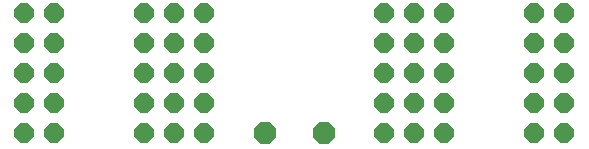
<source format=gts>
G75*
%MOIN*%
%OFA0B0*%
%FSLAX25Y25*%
%IPPOS*%
%LPD*%
%AMOC8*
5,1,8,0,0,1.08239X$1,22.5*
%
%ADD10OC8,0.06400*%
%ADD11OC8,0.07450*%
D10*
X0021500Y0021500D03*
X0031500Y0021500D03*
X0031500Y0031500D03*
X0021500Y0031500D03*
X0021500Y0041500D03*
X0031500Y0041500D03*
X0031500Y0051500D03*
X0021500Y0051500D03*
X0021500Y0061500D03*
X0031500Y0061500D03*
X0061500Y0061500D03*
X0071500Y0061500D03*
X0081500Y0061500D03*
X0081500Y0051500D03*
X0071500Y0051500D03*
X0061500Y0051500D03*
X0061500Y0041500D03*
X0071500Y0041500D03*
X0081500Y0041500D03*
X0081500Y0031500D03*
X0071500Y0031500D03*
X0061500Y0031500D03*
X0061500Y0021500D03*
X0071500Y0021500D03*
X0081500Y0021500D03*
X0141500Y0021500D03*
X0151500Y0021500D03*
X0161500Y0021500D03*
X0161500Y0031500D03*
X0151500Y0031500D03*
X0141500Y0031500D03*
X0141500Y0041500D03*
X0151500Y0041500D03*
X0161500Y0041500D03*
X0161500Y0051500D03*
X0151500Y0051500D03*
X0141500Y0051500D03*
X0141500Y0061500D03*
X0151500Y0061500D03*
X0161500Y0061500D03*
X0191500Y0061500D03*
X0201500Y0061500D03*
X0201500Y0051500D03*
X0191500Y0051500D03*
X0191500Y0041500D03*
X0201500Y0041500D03*
X0201500Y0031500D03*
X0191500Y0031500D03*
X0191500Y0021500D03*
X0201500Y0021500D03*
D11*
X0121343Y0021500D03*
X0101657Y0021500D03*
M02*

</source>
